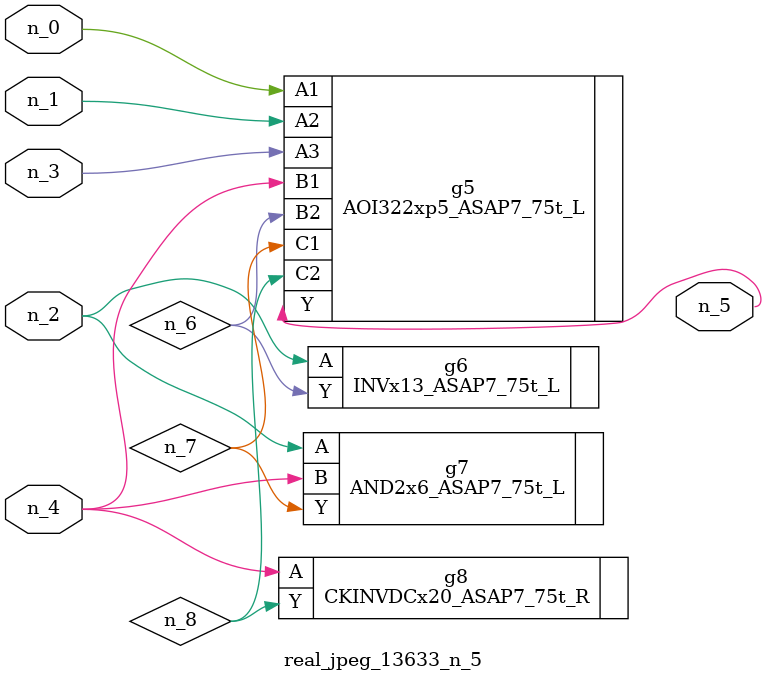
<source format=v>
module real_jpeg_13633_n_5 (n_4, n_0, n_1, n_2, n_3, n_5);

input n_4;
input n_0;
input n_1;
input n_2;
input n_3;

output n_5;

wire n_8;
wire n_6;
wire n_7;

AOI322xp5_ASAP7_75t_L g5 ( 
.A1(n_0),
.A2(n_1),
.A3(n_3),
.B1(n_4),
.B2(n_6),
.C1(n_7),
.C2(n_8),
.Y(n_5)
);

INVx13_ASAP7_75t_L g6 ( 
.A(n_2),
.Y(n_6)
);

AND2x6_ASAP7_75t_L g7 ( 
.A(n_2),
.B(n_4),
.Y(n_7)
);

CKINVDCx20_ASAP7_75t_R g8 ( 
.A(n_4),
.Y(n_8)
);


endmodule
</source>
